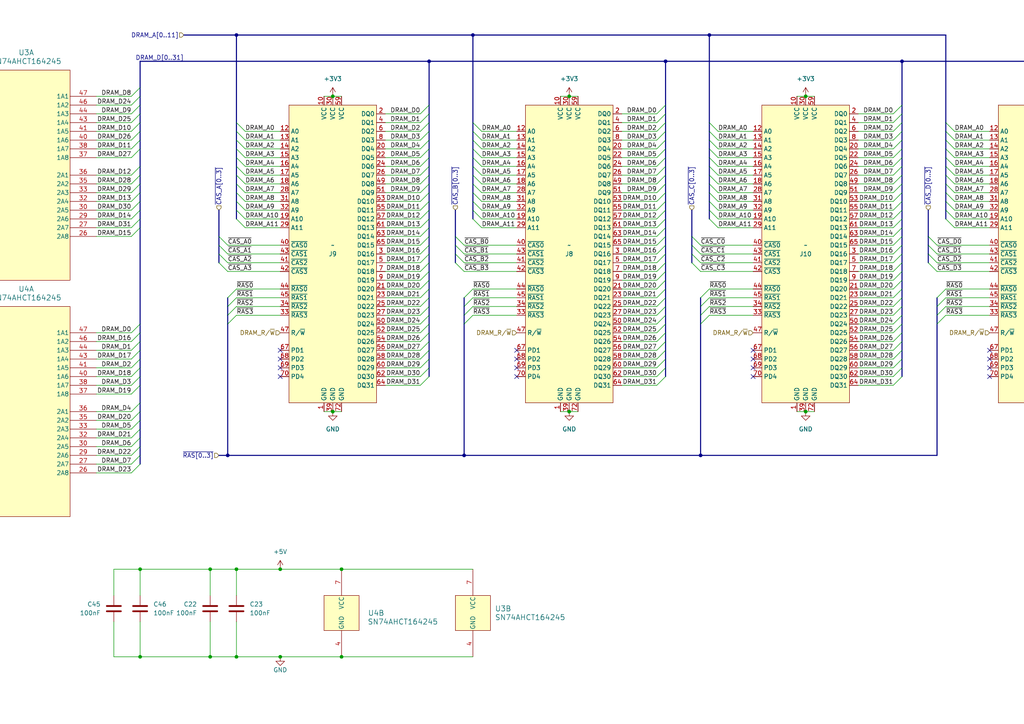
<source format=kicad_sch>
(kicad_sch (version 20230121) (generator eeschema)
  (paper "A4")
  (junction (at -12.7 30.48))
  (junction (at 233.68 27.94))
  (junction (at -30.48 25.4))
  (junction (at -12.7 25.4))
  (junction (at 165.1 27.94))
  (junction (at 68.58 10.16))
  (junction (at 193.04 17.78))
  (junction (at 96.52 27.94))
  (junction (at -12.7 93.98))
  (junction (at 68.58 190.5))
  (junction (at 205.74 10.16))
  (junction (at 137.16 10.16))
  (junction (at 261.62 17.78))
  (junction (at 134.62 132.08))
  (junction (at 165.1 119.38))
  (junction (at 99.06 190.5))
  (junction (at 81.28 165.1))
  (junction (at -12.7 99.06))
  (junction (at 302.26 27.94))
  (junction (at 40.64 165.1))
  (junction (at 40.64 190.5))
  (junction (at 302.26 119.38))
  (junction (at 66.04 132.08))
  (junction (at 60.96 190.5))
  (junction (at 233.68 119.38))
  (junction (at 96.52 119.38))
  (junction (at 81.28 190.5))
  (junction (at 68.58 165.1))
  (junction (at 99.06 165.1))
  (junction (at -27.94 30.48))
  (junction (at 60.96 165.1))
  (junction (at 124.46 17.78))
  (junction (at 203.2 132.08))
  (no_connect (at 218.44 109.22))
  (no_connect (at 149.86 101.6))
  (no_connect (at 287.02 101.6))
  (no_connect (at 149.86 106.68))
  (no_connect (at 81.28 106.68))
  (no_connect (at 218.44 104.14))
  (no_connect (at 287.02 109.22))
  (no_connect (at 81.28 109.22))
  (no_connect (at 81.28 101.6))
  (no_connect (at 81.28 104.14))
  (no_connect (at 287.02 106.68))
  (no_connect (at 218.44 106.68))
  (no_connect (at 218.44 101.6))
  (no_connect (at 149.86 109.22))
  (no_connect (at 149.86 104.14))
  (no_connect (at 287.02 104.14))
  (bus_entry (at 121.92 76.2) (size 2.54 -2.54))
  (bus_entry (at -25.4 119.38) (size 2.54 2.54))
  (bus_entry (at 139.7 60.96) (size -2.54 -2.54))
  (bus_entry (at 63.5 71.12) (size 2.54 2.54))
  (bus_entry (at 38.1 53.34) (size 2.54 -2.54))
  (bus_entry (at 259.08 58.42) (size 2.54 -2.54))
  (bus_entry (at 327.66 33.02) (size 2.54 -2.54))
  (bus_entry (at 38.1 132.08) (size 2.54 -2.54))
  (bus_entry (at 259.08 109.22) (size 2.54 -2.54))
  (bus_entry (at 121.92 33.02) (size 2.54 -2.54))
  (bus_entry (at 208.28 60.96) (size -2.54 -2.54))
  (bus_entry (at 259.08 88.9) (size 2.54 -2.54))
  (bus_entry (at 38.1 35.56) (size 2.54 -2.54))
  (bus_entry (at 190.5 88.9) (size 2.54 -2.54))
  (bus_entry (at 139.7 58.42) (size -2.54 -2.54))
  (bus_entry (at 71.12 40.64) (size -2.54 -2.54))
  (bus_entry (at 190.5 43.18) (size 2.54 -2.54))
  (bus_entry (at 259.08 38.1) (size 2.54 -2.54))
  (bus_entry (at -25.4 134.62) (size 2.54 2.54))
  (bus_entry (at 71.12 60.96) (size -2.54 -2.54))
  (bus_entry (at -25.4 40.64) (size 2.54 2.54))
  (bus_entry (at -25.4 50.8) (size 2.54 2.54))
  (bus_entry (at -25.4 116.84) (size 2.54 2.54))
  (bus_entry (at 71.12 53.34) (size -2.54 -2.54))
  (bus_entry (at 259.08 76.2) (size 2.54 -2.54))
  (bus_entry (at -25.4 139.7) (size 2.54 2.54))
  (bus_entry (at 132.08 73.66) (size 2.54 2.54))
  (bus_entry (at 327.66 81.28) (size 2.54 -2.54))
  (bus_entry (at 208.28 45.72) (size -2.54 -2.54))
  (bus_entry (at 121.92 86.36) (size 2.54 -2.54))
  (bus_entry (at 208.28 38.1) (size -2.54 -2.54))
  (bus_entry (at 121.92 96.52) (size 2.54 -2.54))
  (bus_entry (at 327.66 50.8) (size 2.54 -2.54))
  (bus_entry (at 132.08 68.58) (size 2.54 2.54))
  (bus_entry (at 190.5 38.1) (size 2.54 -2.54))
  (bus_entry (at 208.28 58.42) (size -2.54 -2.54))
  (bus_entry (at -25.4 68.58) (size 2.54 2.54))
  (bus_entry (at 327.66 48.26) (size 2.54 -2.54))
  (bus_entry (at -25.4 71.12) (size 2.54 2.54))
  (bus_entry (at 269.24 68.58) (size 2.54 2.54))
  (bus_entry (at 208.28 55.88) (size -2.54 -2.54))
  (bus_entry (at 259.08 33.02) (size 2.54 -2.54))
  (bus_entry (at 276.86 45.72) (size -2.54 -2.54))
  (bus_entry (at 276.86 38.1) (size -2.54 -2.54))
  (bus_entry (at 259.08 43.18) (size 2.54 -2.54))
  (bus_entry (at 121.92 40.64) (size 2.54 -2.54))
  (bus_entry (at 71.12 58.42) (size -2.54 -2.54))
  (bus_entry (at 203.2 86.36) (size 2.54 -2.54))
  (bus_entry (at 327.66 68.58) (size 2.54 -2.54))
  (bus_entry (at -25.4 137.16) (size 2.54 2.54))
  (bus_entry (at 259.08 73.66) (size 2.54 -2.54))
  (bus_entry (at 38.1 40.64) (size 2.54 -2.54))
  (bus_entry (at 38.1 137.16) (size 2.54 -2.54))
  (bus_entry (at 121.92 71.12) (size 2.54 -2.54))
  (bus_entry (at -25.4 38.1) (size 2.54 2.54))
  (bus_entry (at 121.92 38.1) (size 2.54 -2.54))
  (bus_entry (at -25.4 114.3) (size 2.54 2.54))
  (bus_entry (at 190.5 83.82) (size 2.54 -2.54))
  (bus_entry (at 190.5 78.74) (size 2.54 -2.54))
  (bus_entry (at 63.5 68.58) (size 2.54 2.54))
  (bus_entry (at 276.86 53.34) (size -2.54 -2.54))
  (bus_entry (at 139.7 38.1) (size -2.54 -2.54))
  (bus_entry (at 208.28 40.64) (size -2.54 -2.54))
  (bus_entry (at 259.08 93.98) (size 2.54 -2.54))
  (bus_entry (at 259.08 96.52) (size 2.54 -2.54))
  (bus_entry (at 38.1 104.14) (size 2.54 -2.54))
  (bus_entry (at 200.66 76.2) (size 2.54 2.54))
  (bus_entry (at 66.04 86.36) (size 2.54 -2.54))
  (bus_entry (at 208.28 43.18) (size -2.54 -2.54))
  (bus_entry (at 259.08 111.76) (size 2.54 -2.54))
  (bus_entry (at 327.66 104.14) (size 2.54 -2.54))
  (bus_entry (at 71.12 45.72) (size -2.54 -2.54))
  (bus_entry (at 259.08 78.74) (size 2.54 -2.54))
  (bus_entry (at 327.66 109.22) (size 2.54 -2.54))
  (bus_entry (at 134.62 88.9) (size 2.54 -2.54))
  (bus_entry (at 327.66 111.76) (size 2.54 -2.54))
  (bus_entry (at 259.08 81.28) (size 2.54 -2.54))
  (bus_entry (at 190.5 35.56) (size 2.54 -2.54))
  (bus_entry (at 38.1 119.38) (size 2.54 -2.54))
  (bus_entry (at 259.08 71.12) (size 2.54 -2.54))
  (bus_entry (at 327.66 106.68) (size 2.54 -2.54))
  (bus_entry (at 134.62 86.36) (size 2.54 -2.54))
  (bus_entry (at 200.66 73.66) (size 2.54 2.54))
  (bus_entry (at 259.08 55.88) (size 2.54 -2.54))
  (bus_entry (at 190.5 68.58) (size 2.54 -2.54))
  (bus_entry (at 66.04 91.44) (size 2.54 -2.54))
  (bus_entry (at 327.66 78.74) (size 2.54 -2.54))
  (bus_entry (at 327.66 58.42) (size 2.54 -2.54))
  (bus_entry (at -25.4 104.14) (size 2.54 2.54))
  (bus_entry (at 121.92 35.56) (size 2.54 -2.54))
  (bus_entry (at 38.1 111.76) (size 2.54 -2.54))
  (bus_entry (at 38.1 27.94) (size 2.54 -2.54))
  (bus_entry (at 327.66 55.88) (size 2.54 -2.54))
  (bus_entry (at 38.1 99.06) (size 2.54 -2.54))
  (bus_entry (at 208.28 63.5) (size -2.54 -2.54))
  (bus_entry (at 259.08 104.14) (size 2.54 -2.54))
  (bus_entry (at 63.5 76.2) (size 2.54 2.54))
  (bus_entry (at 327.66 86.36) (size 2.54 -2.54))
  (bus_entry (at 121.92 91.44) (size 2.54 -2.54))
  (bus_entry (at 38.1 124.46) (size 2.54 -2.54))
  (bus_entry (at 71.12 50.8) (size -2.54 -2.54))
  (bus_entry (at 121.92 88.9) (size 2.54 -2.54))
  (bus_entry (at 38.1 50.8) (size 2.54 -2.54))
  (bus_entry (at -25.4 144.78) (size 2.54 2.54))
  (bus_entry (at 276.86 63.5) (size -2.54 -2.54))
  (bus_entry (at 139.7 66.04) (size -2.54 -2.54))
  (bus_entry (at 139.7 55.88) (size -2.54 -2.54))
  (bus_entry (at 259.08 66.04) (size 2.54 -2.54))
  (bus_entry (at 190.5 86.36) (size 2.54 -2.54))
  (bus_entry (at 190.5 40.64) (size 2.54 -2.54))
  (bus_entry (at 38.1 101.6) (size 2.54 -2.54))
  (bus_entry (at 276.86 66.04) (size -2.54 -2.54))
  (bus_entry (at 38.1 58.42) (size 2.54 -2.54))
  (bus_entry (at 121.92 111.76) (size 2.54 -2.54))
  (bus_entry (at 121.92 48.26) (size 2.54 -2.54))
  (bus_entry (at 121.92 58.42) (size 2.54 -2.54))
  (bus_entry (at 259.08 60.96) (size 2.54 -2.54))
  (bus_entry (at 276.86 50.8) (size -2.54 -2.54))
  (bus_entry (at 121.92 55.88) (size 2.54 -2.54))
  (bus_entry (at 327.66 63.5) (size 2.54 -2.54))
  (bus_entry (at 139.7 63.5) (size -2.54 -2.54))
  (bus_entry (at -25.4 106.68) (size 2.54 2.54))
  (bus_entry (at 208.28 66.04) (size -2.54 -2.54))
  (bus_entry (at 190.5 111.76) (size 2.54 -2.54))
  (bus_entry (at 121.92 109.22) (size 2.54 -2.54))
  (bus_entry (at 121.92 66.04) (size 2.54 -2.54))
  (bus_entry (at 269.24 71.12) (size 2.54 2.54))
  (bus_entry (at 327.66 76.2) (size 2.54 -2.54))
  (bus_entry (at 259.08 99.06) (size 2.54 -2.54))
  (bus_entry (at 327.66 53.34) (size 2.54 -2.54))
  (bus_entry (at 71.12 38.1) (size -2.54 -2.54))
  (bus_entry (at 134.62 93.98) (size 2.54 -2.54))
  (bus_entry (at 259.08 68.58) (size 2.54 -2.54))
  (bus_entry (at -25.4 53.34) (size 2.54 2.54))
  (bus_entry (at 38.1 45.72) (size 2.54 -2.54))
  (bus_entry (at 327.66 93.98) (size 2.54 -2.54))
  (bus_entry (at 190.5 58.42) (size 2.54 -2.54))
  (bus_entry (at -25.4 121.92) (size 2.54 2.54))
  (bus_entry (at 259.08 63.5) (size 2.54 -2.54))
  (bus_entry (at 190.5 96.52) (size 2.54 -2.54))
  (bus_entry (at 38.1 134.62) (size 2.54 -2.54))
  (bus_entry (at -25.4 43.18) (size 2.54 2.54))
  (bus_entry (at 276.86 40.64) (size -2.54 -2.54))
  (bus_entry (at 259.08 48.26) (size 2.54 -2.54))
  (bus_entry (at 269.24 73.66) (size 2.54 2.54))
  (bus_entry (at 190.5 76.2) (size 2.54 -2.54))
  (bus_entry (at 259.08 53.34) (size 2.54 -2.54))
  (bus_entry (at 190.5 106.68) (size 2.54 -2.54))
  (bus_entry (at 121.92 78.74) (size 2.54 -2.54))
  (bus_entry (at 271.78 91.44) (size 2.54 -2.54))
  (bus_entry (at -25.4 111.76) (size 2.54 2.54))
  (bus_entry (at 121.92 50.8) (size 2.54 -2.54))
  (bus_entry (at 139.7 40.64) (size -2.54 -2.54))
  (bus_entry (at 121.92 43.18) (size 2.54 -2.54))
  (bus_entry (at -25.4 73.66) (size 2.54 2.54))
  (bus_entry (at 269.24 76.2) (size 2.54 2.54))
  (bus_entry (at 271.78 93.98) (size 2.54 -2.54))
  (bus_entry (at 190.5 48.26) (size 2.54 -2.54))
  (bus_entry (at 276.86 58.42) (size -2.54 -2.54))
  (bus_entry (at -25.4 48.26) (size 2.54 2.54))
  (bus_entry (at 200.66 71.12) (size 2.54 2.54))
  (bus_entry (at 276.86 43.18) (size -2.54 -2.54))
  (bus_entry (at 190.5 81.28) (size 2.54 -2.54))
  (bus_entry (at 38.1 30.48) (size 2.54 -2.54))
  (bus_entry (at 121.92 83.82) (size 2.54 -2.54))
  (bus_entry (at -25.4 127) (size 2.54 2.54))
  (bus_entry (at 38.1 66.04) (size 2.54 -2.54))
  (bus_entry (at 121.92 93.98) (size 2.54 -2.54))
  (bus_entry (at 327.66 43.18) (size 2.54 -2.54))
  (bus_entry (at 203.2 91.44) (size 2.54 -2.54))
  (bus_entry (at 134.62 91.44) (size 2.54 -2.54))
  (bus_entry (at 66.04 88.9) (size 2.54 -2.54))
  (bus_entry (at 132.08 76.2) (size 2.54 2.54))
  (bus_entry (at 190.5 91.44) (size 2.54 -2.54))
  (bus_entry (at 190.5 55.88) (size 2.54 -2.54))
  (bus_entry (at 190.5 99.06) (size 2.54 -2.54))
  (bus_entry (at 259.08 83.82) (size 2.54 -2.54))
  (bus_entry (at 327.66 91.44) (size 2.54 -2.54))
  (bus_entry (at 66.04 93.98) (size 2.54 -2.54))
  (bus_entry (at 259.08 45.72) (size 2.54 -2.54))
  (bus_entry (at 190.5 45.72) (size 2.54 -2.54))
  (bus_entry (at 327.66 40.64) (size 2.54 -2.54))
  (bus_entry (at 121.92 99.06) (size 2.54 -2.54))
  (bus_entry (at 327.66 38.1) (size 2.54 -2.54))
  (bus_entry (at -25.4 63.5) (size 2.54 2.54))
  (bus_entry (at 38.1 33.02) (size 2.54 -2.54))
  (bus_entry (at 203.2 93.98) (size 2.54 -2.54))
  (bus_entry (at 190.5 93.98) (size 2.54 -2.54))
  (bus_entry (at 71.12 63.5) (size -2.54 -2.54))
  (bus_entry (at 121.92 106.68) (size 2.54 -2.54))
  (bus_entry (at 139.7 43.18) (size -2.54 -2.54))
  (bus_entry (at 139.7 45.72) (size -2.54 -2.54))
  (bus_entry (at -25.4 45.72) (size 2.54 2.54))
  (bus_entry (at -25.4 58.42) (size 2.54 2.54))
  (bus_entry (at 71.12 66.04) (size -2.54 -2.54))
  (bus_entry (at 190.5 33.02) (size 2.54 -2.54))
  (bus_entry (at 190.5 101.6) (size 2.54 -2.54))
  (bus_entry (at 259.08 86.36) (size 2.54 -2.54))
  (bus_entry (at 63.5 73.66) (size 2.54 2.54))
  (bus_entry (at 139.7 53.34) (size -2.54 -2.54))
  (bus_entry (at -25.4 129.54) (size 2.54 2.54))
  (bus_entry (at 259.08 91.44) (size 2.54 -2.54))
  (bus_entry (at 327.66 45.72) (size 2.54 -2.54))
  (bus_entry (at 208.28 48.26) (size -2.54 -2.54))
  (bus_entry (at 190.5 50.8) (size 2.54 -2.54))
  (bus_entry (at 71.12 55.88) (size -2.54 -2.54))
  (bus_entry (at 327.66 83.82) (size 2.54 -2.54))
  (bus_entry (at 190.5 104.14) (size 2.54 -2.54))
  (bus_entry (at 121.92 53.34) (size 2.54 -2.54))
  (bus_entry (at 38.1 109.22) (size 2.54 -2.54))
  (bus_entry (at 71.12 48.26) (size -2.54 -2.54))
  (bus_entry (at 276.86 55.88) (size -2.54 -2.54))
  (bus_entry (at 190.5 66.04) (size 2.54 -2.54))
  (bus_entry (at 327.66 60.96) (size 2.54 -2.54))
  (bus_entry (at 190.5 53.34) (size 2.54 -2.54))
  (bus_entry (at 38.1 129.54) (size 2.54 -2.54))
  (bus_entry (at 259.08 35.56) (size 2.54 -2.54))
  (bus_entry (at 38.1 114.3) (size 2.54 -2.54))
  (bus_entry (at 38.1 106.68) (size 2.54 -2.54))
  (bus_entry (at -25.4 60.96) (size 2.54 2.54))
  (bus_entry (at 38.1 96.52) (size 2.54 -2.54))
  (bus_entry (at 271.78 86.36) (size 2.54 -2.54))
  (bus_entry (at -25.4 142.24) (size 2.54 2.54))
  (bus_entry (at 327.66 35.56) (size 2.54 -2.54))
  (bus_entry (at 327.66 88.9) (size 2.54 -2.54))
  (bus_entry (at 121.92 81.28) (size 2.54 -2.54))
  (bus_entry (at 38.1 121.92) (size 2.54 -2.54))
  (bus_entry (at 208.28 50.8) (size -2.54 -2.54))
  (bus_entry (at 121.92 60.96) (size 2.54 -2.54))
  (bus_entry (at 190.5 73.66) (size 2.54 -2.54))
  (bus_entry (at 121.92 63.5) (size 2.54 -2.54))
  (bus_entry (at -25.4 66.04) (size 2.54 2.54))
  (bus_entry (at 38.1 38.1) (size 2.54 -2.54))
  (bus_entry (at 38.1 127) (size 2.54 -2.54))
  (bus_entry (at 259.08 40.64) (size 2.54 -2.54))
  (bus_entry (at 259.08 50.8) (size 2.54 -2.54))
  (bus_entry (at 190.5 71.12) (size 2.54 -2.54))
  (bus_entry (at 38.1 68.58) (size 2.54 -2.54))
  (bus_entry (at 38.1 63.5) (size 2.54 -2.54))
  (bus_entry (at 139.7 48.26) (size -2.54 -2.54))
  (bus_entry (at 38.1 55.88) (size 2.54 -2.54))
  (bus_entry (at 121.92 73.66) (size 2.54 -2.54))
  (bus_entry (at 121.92 45.72) (size 2.54 -2.54))
  (bus_entry (at -25.4 35.56) (size 2.54 2.54))
  (bus_entry (at 327.66 101.6) (size 2.54 -2.54))
  (bus_entry (at 327.66 66.04) (size 2.54 -2.54))
  (bus_entry (at 121.92 101.6) (size 2.54 -2.54))
  (bus_entry (at 271.78 88.9) (size 2.54 -2.54))
  (bus_entry (at 327.66 96.52) (size 2.54 -2.54))
  (bus_entry (at 38.1 60.96) (size 2.54 -2.54))
  (bus_entry (at 190.5 109.22) (size 2.54 -2.54))
  (bus_entry (at 276.86 60.96) (size -2.54 -2.54))
  (bus_entry (at 208.28 53.34) (size -2.54 -2.54))
  (bus_entry (at 259.08 101.6) (size 2.54 -2.54))
  (bus_entry (at 139.7 50.8) (size -2.54 -2.54))
  (bus_entry (at 327.66 99.06) (size 2.54 -2.54))
  (bus_entry (at 38.1 43.18) (size 2.54 -2.54))
  (bus_entry (at 121.92 68.58) (size 2.54 -2.54))
  (bus_entry (at 327.66 73.66) (size 2.54 -2.54))
  (bus_entry (at 121.92 104.14) (size 2.54 -2.54))
  (bus_entry (at -25.4 132.08) (size 2.54 2.54))
  (bus_entry (at 259.08 106.68) (size 2.54 -2.54))
  (bus_entry (at 200.66 68.58) (size 2.54 2.54))
  (bus_entry (at -25.4 109.22) (size 2.54 2.54))
  (bus_entry (at 190.5 60.96) (size 2.54 -2.54))
  (bus_entry (at 203.2 88.9) (size 2.54 -2.54))
  (bus_entry (at -25.4 76.2) (size 2.54 2.54))
  (bus_entry (at 190.5 63.5) (size 2.54 -2.54))
  (bus_entry (at 327.66 71.12) (size 2.54 -2.54))
  (bus_entry (at 71.12 43.18) (size -2.54 -2.54))
  (bus_entry (at 276.86 48.26) (size -2.54 -2.54))
  (bus_entry (at 132.08 71.12) (size 2.54 2.54))
  (bus (pts (xy 193.04 38.1) (xy 193.04 35.56)))
  (bus (pts (xy 68.58 48.26) (xy 68.58 45.72)))
  (wire (pts (xy 248.92 86.36) (xy 259.08 86.36)))
  (wire (pts (xy -22.86 134.62) (xy -12.7 134.62)))
  (wire (pts (xy 27.94 101.6) (xy 38.1 101.6)))
  (bus (pts (xy 330.2 58.42) (xy 330.2 55.88)))
  (wire (pts (xy 317.5 78.74) (xy 327.66 78.74)))
  (bus (pts (xy 124.46 93.98) (xy 124.46 91.44)))
  (bus (pts (xy 330.2 33.02) (xy 330.2 30.48)))
  (bus (pts (xy 261.62 71.12) (xy 261.62 68.58)))
  (bus (pts (xy 261.62 63.5) (xy 261.62 60.96)))
  (wire (pts (xy -22.86 38.1) (xy -12.7 38.1)))
  (wire (pts (xy 27.94 53.34) (xy 38.1 53.34)))
  (wire (pts (xy -12.7 33.02) (xy -12.7 30.48)))
  (wire (pts (xy 248.92 96.52) (xy 259.08 96.52)))
  (wire (pts (xy 205.74 83.82) (xy 218.44 83.82)))
  (wire (pts (xy 137.16 88.9) (xy 149.86 88.9)))
  (bus (pts (xy 193.04 55.88) (xy 193.04 53.34)))
  (bus (pts (xy 261.62 83.82) (xy 261.62 81.28)))
  (wire (pts (xy -22.86 78.74) (xy -12.7 78.74)))
  (wire (pts (xy 274.32 83.82) (xy 287.02 83.82)))
  (bus (pts (xy 137.16 60.96) (xy 137.16 58.42)))
  (bus (pts (xy 330.2 48.26) (xy 330.2 45.72)))
  (bus (pts (xy 330.2 50.8) (xy 330.2 48.26)))
  (bus (pts (xy 261.62 86.36) (xy 261.62 83.82)))
  (wire (pts (xy 27.94 114.3) (xy 38.1 114.3)))
  (bus (pts (xy -25.4 58.42) (xy -25.4 60.96)))
  (bus (pts (xy 261.62 53.34) (xy 261.62 50.8)))
  (wire (pts (xy 180.34 104.14) (xy 190.5 104.14)))
  (wire (pts (xy 180.34 40.64) (xy 190.5 40.64)))
  (bus (pts (xy 40.64 101.6) (xy 40.64 99.06)))
  (wire (pts (xy 208.28 60.96) (xy 218.44 60.96)))
  (wire (pts (xy 139.7 50.8) (xy 149.86 50.8)))
  (bus (pts (xy 274.32 58.42) (xy 274.32 55.88)))
  (bus (pts (xy 132.08 73.66) (xy 132.08 71.12)))
  (bus (pts (xy 137.16 10.16) (xy 205.74 10.16)))
  (wire (pts (xy 68.58 165.1) (xy 81.28 165.1)))
  (wire (pts (xy 40.64 190.5) (xy 40.64 180.34)))
  (wire (pts (xy 27.94 106.68) (xy 38.1 106.68)))
  (wire (pts (xy 111.76 99.06) (xy 121.92 99.06)))
  (bus (pts (xy -25.4 142.24) (xy -25.4 144.78)))
  (wire (pts (xy 27.94 38.1) (xy 38.1 38.1)))
  (bus (pts (xy 274.32 38.1) (xy 274.32 35.56)))
  (wire (pts (xy -27.94 99.06) (xy -12.7 99.06)))
  (bus (pts (xy 68.58 40.64) (xy 68.58 38.1)))
  (bus (pts (xy 203.2 91.44) (xy 203.2 93.98)))
  (wire (pts (xy 180.34 83.82) (xy 190.5 83.82)))
  (wire (pts (xy -22.86 50.8) (xy -12.7 50.8)))
  (wire (pts (xy 274.32 91.44) (xy 287.02 91.44)))
  (bus (pts (xy 124.46 53.34) (xy 124.46 50.8)))
  (bus (pts (xy 261.62 43.18) (xy 261.62 40.64)))
  (bus (pts (xy 193.04 93.98) (xy 193.04 91.44)))
  (wire (pts (xy 27.94 58.42) (xy 38.1 58.42)))
  (wire (pts (xy 27.94 99.06) (xy 38.1 99.06)))
  (wire (pts (xy 33.02 190.5) (xy 40.64 190.5)))
  (bus (pts (xy 274.32 48.26) (xy 274.32 45.72)))
  (bus (pts (xy 200.66 71.12) (xy 200.66 68.58)))
  (bus (pts (xy -25.4 119.38) (xy -25.4 121.92)))
  (wire (pts (xy 111.76 63.5) (xy 121.92 63.5)))
  (wire (pts (xy 60.96 190.5) (xy 60.96 180.34)))
  (bus (pts (xy 261.62 96.52) (xy 261.62 93.98)))
  (bus (pts (xy 274.32 43.18) (xy 274.32 40.64)))
  (wire (pts (xy 317.5 55.88) (xy 327.66 55.88)))
  (wire (pts (xy 180.34 91.44) (xy 190.5 91.44)))
  (bus (pts (xy 40.64 66.04) (xy 40.64 63.5)))
  (bus (pts (xy 193.04 101.6) (xy 193.04 99.06)))
  (wire (pts (xy 302.26 119.38) (xy 304.8 119.38)))
  (bus (pts (xy 68.58 43.18) (xy 68.58 40.64)))
  (bus (pts (xy 66.04 93.98) (xy 66.04 132.08)))
  (wire (pts (xy 231.14 119.38) (xy 233.68 119.38)))
  (bus (pts (xy 124.46 58.42) (xy 124.46 55.88)))
  (wire (pts (xy -22.86 63.5) (xy -12.7 63.5)))
  (wire (pts (xy -22.86 119.38) (xy -12.7 119.38)))
  (wire (pts (xy 302.26 27.94) (xy 304.8 27.94)))
  (bus (pts (xy 40.64 104.14) (xy 40.64 101.6)))
  (wire (pts (xy 276.86 58.42) (xy 287.02 58.42)))
  (bus (pts (xy 330.2 55.88) (xy 330.2 53.34)))
  (wire (pts (xy 111.76 111.76) (xy 121.92 111.76)))
  (bus (pts (xy 193.04 66.04) (xy 193.04 63.5)))
  (bus (pts (xy 40.64 33.02) (xy 40.64 30.48)))
  (wire (pts (xy 274.32 88.9) (xy 287.02 88.9)))
  (wire (pts (xy 180.34 109.22) (xy 190.5 109.22)))
  (wire (pts (xy 66.04 78.74) (xy 81.28 78.74)))
  (bus (pts (xy 68.58 10.16) (xy 137.16 10.16)))
  (bus (pts (xy -25.4 106.68) (xy -25.4 109.22)))
  (bus (pts (xy -25.4 137.16) (xy -25.4 139.7)))
  (bus (pts (xy 193.04 91.44) (xy 193.04 88.9)))
  (bus (pts (xy 261.62 60.96) (xy 261.62 58.42)))
  (bus (pts (xy 68.58 63.5) (xy 68.58 60.96)))
  (wire (pts (xy -22.86 114.3) (xy -12.7 114.3)))
  (bus (pts (xy -25.4 40.64) (xy -25.4 43.18)))
  (wire (pts (xy 317.5 38.1) (xy 327.66 38.1)))
  (wire (pts (xy 111.76 109.22) (xy 121.92 109.22)))
  (wire (pts (xy 248.92 99.06) (xy 259.08 99.06)))
  (bus (pts (xy 40.64 27.94) (xy 40.64 25.4)))
  (wire (pts (xy 248.92 53.34) (xy 259.08 53.34)))
  (bus (pts (xy 261.62 48.26) (xy 261.62 45.72)))
  (wire (pts (xy 317.5 111.76) (xy 327.66 111.76)))
  (bus (pts (xy 330.2 40.64) (xy 330.2 38.1)))
  (bus (pts (xy 274.32 50.8) (xy 274.32 48.26)))
  (wire (pts (xy 248.92 58.42) (xy 259.08 58.42)))
  (wire (pts (xy 27.94 137.16) (xy 38.1 137.16)))
  (wire (pts (xy 317.5 40.64) (xy 327.66 40.64)))
  (bus (pts (xy 261.62 35.56) (xy 261.62 33.02)))
  (bus (pts (xy 63.5 68.58) (xy 63.5 60.96)))
  (wire (pts (xy 248.92 45.72) (xy 259.08 45.72)))
  (wire (pts (xy -22.86 73.66) (xy -12.7 73.66)))
  (bus (pts (xy 137.16 40.64) (xy 137.16 38.1)))
  (wire (pts (xy 317.5 93.98) (xy 327.66 93.98)))
  (bus (pts (xy 40.64 129.54) (xy 40.64 127)))
  (bus (pts (xy 193.04 63.5) (xy 193.04 60.96)))
  (bus (pts (xy -25.4 114.3) (xy -25.4 116.84)))
  (wire (pts (xy 111.76 106.68) (xy 121.92 106.68)))
  (bus (pts (xy 124.46 71.12) (xy 124.46 68.58)))
  (wire (pts (xy 208.28 38.1) (xy 218.44 38.1)))
  (wire (pts (xy 71.12 55.88) (xy 81.28 55.88)))
  (bus (pts (xy 203.2 132.08) (xy 271.78 132.08)))
  (bus (pts (xy 124.46 101.6) (xy 124.46 99.06)))
  (wire (pts (xy 27.94 43.18) (xy 38.1 43.18)))
  (bus (pts (xy 124.46 106.68) (xy 124.46 104.14)))
  (bus (pts (xy 40.64 134.62) (xy 40.64 132.08)))
  (bus (pts (xy 124.46 66.04) (xy 124.46 63.5)))
  (wire (pts (xy 208.28 50.8) (xy 218.44 50.8)))
  (bus (pts (xy 63.5 73.66) (xy 63.5 71.12)))
  (wire (pts (xy 208.28 40.64) (xy 218.44 40.64)))
  (wire (pts (xy 180.34 68.58) (xy 190.5 68.58)))
  (bus (pts (xy 40.64 127) (xy 40.64 124.46)))
  (wire (pts (xy 276.86 50.8) (xy 287.02 50.8)))
  (wire (pts (xy 139.7 58.42) (xy 149.86 58.42)))
  (wire (pts (xy 180.34 48.26) (xy 190.5 48.26)))
  (wire (pts (xy 137.16 86.36) (xy 149.86 86.36)))
  (wire (pts (xy -30.48 25.4) (xy -12.7 25.4)))
  (wire (pts (xy 71.12 48.26) (xy 81.28 48.26)))
  (wire (pts (xy 111.76 73.66) (xy 121.92 73.66)))
  (bus (pts (xy 40.64 111.76) (xy 40.64 109.22)))
  (wire (pts (xy 137.16 83.82) (xy 149.86 83.82)))
  (wire (pts (xy 99.06 190.5) (xy 137.16 190.5)))
  (wire (pts (xy 180.34 73.66) (xy 190.5 73.66)))
  (wire (pts (xy -30.48 93.98) (xy -30.48 25.4)))
  (bus (pts (xy 330.2 45.72) (xy 330.2 43.18)))
  (bus (pts (xy 132.08 68.58) (xy 132.08 60.96)))
  (wire (pts (xy -27.94 30.48) (xy -27.94 99.06)))
  (wire (pts (xy 317.5 53.34) (xy 327.66 53.34)))
  (wire (pts (xy 180.34 43.18) (xy 190.5 43.18)))
  (wire (pts (xy 111.76 68.58) (xy 121.92 68.58)))
  (bus (pts (xy 330.2 38.1) (xy 330.2 35.56)))
  (bus (pts (xy 261.62 106.68) (xy 261.62 104.14)))
  (wire (pts (xy 276.86 45.72) (xy 287.02 45.72)))
  (wire (pts (xy 180.34 106.68) (xy 190.5 106.68)))
  (wire (pts (xy 111.76 66.04) (xy 121.92 66.04)))
  (wire (pts (xy 111.76 60.96) (xy 121.92 60.96)))
  (bus (pts (xy 261.62 66.04) (xy 261.62 63.5)))
  (bus (pts (xy -25.4 45.72) (xy -25.4 48.26)))
  (bus (pts (xy 137.16 50.8) (xy 137.16 48.26)))
  (bus (pts (xy 330.2 68.58) (xy 330.2 66.04)))
  (wire (pts (xy 27.94 129.54) (xy 38.1 129.54)))
  (wire (pts (xy 248.92 109.22) (xy 259.08 109.22)))
  (wire (pts (xy 111.76 101.6) (xy 121.92 101.6)))
  (bus (pts (xy 261.62 99.06) (xy 261.62 96.52)))
  (bus (pts (xy 40.64 66.04) (xy 40.64 93.98)))
  (bus (pts (xy 205.74 60.96) (xy 205.74 58.42)))
  (wire (pts (xy 27.94 60.96) (xy 38.1 60.96)))
  (wire (pts (xy 27.94 96.52) (xy 38.1 96.52)))
  (bus (pts (xy -25.4 50.8) (xy -25.4 53.34)))
  (bus (pts (xy 330.2 101.6) (xy 330.2 99.06)))
  (wire (pts (xy 66.04 76.2) (xy 81.28 76.2)))
  (wire (pts (xy 60.96 165.1) (xy 68.58 165.1)))
  (wire (pts (xy 248.92 63.5) (xy 259.08 63.5)))
  (bus (pts (xy 63.5 71.12) (xy 63.5 68.58)))
  (wire (pts (xy 317.5 45.72) (xy 327.66 45.72)))
  (bus (pts (xy 124.46 60.96) (xy 124.46 58.42)))
  (wire (pts (xy 68.58 190.5) (xy 81.28 190.5)))
  (bus (pts (xy 200.66 68.58) (xy 200.66 60.96)))
  (wire (pts (xy 139.7 66.04) (xy 149.86 66.04)))
  (wire (pts (xy -27.94 30.48) (xy -12.7 30.48)))
  (wire (pts (xy 111.76 93.98) (xy 121.92 93.98)))
  (bus (pts (xy 124.46 96.52) (xy 124.46 93.98)))
  (wire (pts (xy 99.06 165.1) (xy 137.16 165.1)))
  (bus (pts (xy 271.78 86.36) (xy 271.78 88.9)))
  (wire (pts (xy 93.98 119.38) (xy 96.52 119.38)))
  (wire (pts (xy 180.34 76.2) (xy 190.5 76.2)))
  (wire (pts (xy 317.5 81.28) (xy 327.66 81.28)))
  (wire (pts (xy 111.76 86.36) (xy 121.92 86.36)))
  (wire (pts (xy 317.5 68.58) (xy 327.66 68.58)))
  (bus (pts (xy 330.2 53.34) (xy 330.2 50.8)))
  (wire (pts (xy 180.34 38.1) (xy 190.5 38.1)))
  (wire (pts (xy 248.92 38.1) (xy 259.08 38.1)))
  (bus (pts (xy -25.4 33.02) (xy -25.4 35.56)))
  (wire (pts (xy 317.5 91.44) (xy 327.66 91.44)))
  (bus (pts (xy 205.74 48.26) (xy 205.74 45.72)))
  (bus (pts (xy 193.04 71.12) (xy 193.04 68.58)))
  (wire (pts (xy 180.34 101.6) (xy 190.5 101.6)))
  (wire (pts (xy 111.76 38.1) (xy 121.92 38.1)))
  (bus (pts (xy 66.04 91.44) (xy 66.04 93.98)))
  (wire (pts (xy 180.34 81.28) (xy 190.5 81.28)))
  (wire (pts (xy 66.04 73.66) (xy 81.28 73.66)))
  (wire (pts (xy -22.86 66.04) (xy -12.7 66.04)))
  (bus (pts (xy 193.04 86.36) (xy 193.04 83.82)))
  (wire (pts (xy 317.5 63.5) (xy 327.66 63.5)))
  (bus (pts (xy -25.4 132.08) (xy -25.4 134.62)))
  (wire (pts (xy 27.94 55.88) (xy 38.1 55.88)))
  (bus (pts (xy 124.46 55.88) (xy 124.46 53.34)))
  (bus (pts (xy 274.32 63.5) (xy 274.32 60.96)))
  (bus (pts (xy -25.4 134.62) (xy -25.4 137.16)))
  (bus (pts (xy -25.4 43.18) (xy -25.4 45.72)))
  (wire (pts (xy 208.28 66.04) (xy 218.44 66.04)))
  (wire (pts (xy -12.7 27.94) (xy -12.7 25.4)))
  (wire (pts (xy 180.34 60.96) (xy 190.5 60.96)))
  (wire (pts (xy -22.86 48.26) (xy -12.7 48.26)))
  (bus (pts (xy 124.46 40.64) (xy 124.46 38.1)))
  (bus (pts (xy 137.16 10.16) (xy 137.16 35.56)))
  (wire (pts (xy 274.32 86.36) (xy 287.02 86.36)))
  (bus (pts (xy 274.32 60.96) (xy 274.32 58.42)))
  (bus (pts (xy -25.4 129.54) (xy -25.4 132.08)))
  (bus (pts (xy 203.2 88.9) (xy 203.2 91.44)))
  (bus (pts (xy -25.4 73.66) (xy -25.4 76.2)))
  (bus (pts (xy 124.46 45.72) (xy 124.46 43.18)))
  (wire (pts (xy 27.94 119.38) (xy 38.1 119.38)))
  (bus (pts (xy 193.04 40.64) (xy 193.04 38.1)))
  (wire (pts (xy 208.28 48.26) (xy 218.44 48.26)))
  (bus (pts (xy 40.64 17.78) (xy 124.46 17.78)))
  (bus (pts (xy 330.2 91.44) (xy 330.2 88.9)))
  (wire (pts (xy 317.5 33.02) (xy 327.66 33.02)))
  (bus (pts (xy 203.2 86.36) (xy 203.2 88.9)))
  (bus (pts (xy 271.78 88.9) (xy 271.78 91.44)))
  (bus (pts (xy 66.04 86.36) (xy 66.04 88.9)))
  (bus (pts (xy 261.62 55.88) (xy 261.62 53.34)))
  (bus (pts (xy 124.46 104.14) (xy 124.46 101.6)))
  (wire (pts (xy 162.56 27.94) (xy 165.1 27.94)))
  (bus (pts (xy 261.62 78.74) (xy 261.62 76.2)))
  (wire (pts (xy 276.86 40.64) (xy 287.02 40.64)))
  (bus (pts (xy 134.62 91.44) (xy 134.62 93.98)))
  (wire (pts (xy 139.7 60.96) (xy 149.86 60.96)))
  (wire (pts (xy 248.92 33.02) (xy 259.08 33.02)))
  (wire (pts (xy 111.76 71.12) (xy 121.92 71.12)))
  (wire (pts (xy 139.7 40.64) (xy 149.86 40.64)))
  (bus (pts (xy 193.04 88.9) (xy 193.04 86.36)))
  (wire (pts (xy 248.92 35.56) (xy 259.08 35.56)))
  (wire (pts (xy 111.76 96.52) (xy 121.92 96.52)))
  (wire (pts (xy 180.34 88.9) (xy 190.5 88.9)))
  (wire (pts (xy 208.28 43.18) (xy 218.44 43.18)))
  (wire (pts (xy 248.92 50.8) (xy 259.08 50.8)))
  (wire (pts (xy 111.76 50.8) (xy 121.92 50.8)))
  (wire (pts (xy 81.28 165.1) (xy 99.06 165.1)))
  (bus (pts (xy 205.74 50.8) (xy 205.74 48.26)))
  (bus (pts (xy 330.2 78.74) (xy 330.2 76.2)))
  (wire (pts (xy -22.86 109.22) (xy -12.7 109.22)))
  (bus (pts (xy 134.62 88.9) (xy 134.62 91.44)))
  (bus (pts (xy 205.74 55.88) (xy 205.74 53.34)))
  (wire (pts (xy 248.92 73.66) (xy 259.08 73.66)))
  (wire (pts (xy 134.62 76.2) (xy 149.86 76.2)))
  (bus (pts (xy -25.4 139.7) (xy -25.4 142.24)))
  (wire (pts (xy 180.34 45.72) (xy 190.5 45.72)))
  (wire (pts (xy 111.76 48.26) (xy 121.92 48.26)))
  (wire (pts (xy 248.92 66.04) (xy 259.08 66.04)))
  (bus (pts (xy -25.4 116.84) (xy -25.4 119.38)))
  (wire (pts (xy 180.34 96.52) (xy 190.5 96.52)))
  (bus (pts (xy 40.64 106.68) (xy 40.64 104.14)))
  (bus (pts (xy 40.64 43.18) (xy 40.64 48.26)))
  (wire (pts (xy 248.92 106.68) (xy 259.08 106.68)))
  (wire (pts (xy 317.5 83.82) (xy 327.66 83.82)))
  (bus (pts (xy -25.4 35.56) (xy -25.4 38.1)))
  (wire (pts (xy 111.76 78.74) (xy 121.92 78.74)))
  (wire (pts (xy -12.7 96.52) (xy -12.7 93.98)))
  (bus (pts (xy -25.4 48.26) (xy -25.4 50.8)))
  (wire (pts (xy 317.5 99.06) (xy 327.66 99.06)))
  (wire (pts (xy -22.86 40.64) (xy -12.7 40.64)))
  (bus (pts (xy 124.46 50.8) (xy 124.46 48.26)))
  (bus (pts (xy 137.16 38.1) (xy 137.16 35.56)))
  (wire (pts (xy 66.04 71.12) (xy 81.28 71.12)))
  (wire (pts (xy 271.78 71.12) (xy 287.02 71.12)))
  (wire (pts (xy 248.92 60.96) (xy 259.08 60.96)))
  (wire (pts (xy 317.5 73.66) (xy 327.66 73.66)))
  (wire (pts (xy 299.72 119.38) (xy 302.26 119.38)))
  (wire (pts (xy 208.28 55.88) (xy 218.44 55.88)))
  (wire (pts (xy 27.94 30.48) (xy 38.1 30.48)))
  (wire (pts (xy -22.86 121.92) (xy -12.7 121.92)))
  (wire (pts (xy 233.68 119.38) (xy 236.22 119.38)))
  (bus (pts (xy 261.62 81.28) (xy 261.62 78.74)))
  (wire (pts (xy 180.34 58.42) (xy 190.5 58.42)))
  (bus (pts (xy 330.2 106.68) (xy 330.2 104.14)))
  (wire (pts (xy 248.92 93.98) (xy 259.08 93.98)))
  (wire (pts (xy -22.86 106.68) (xy -12.7 106.68)))
  (wire (pts (xy -53.34 30.48) (xy -27.94 30.48)))
  (wire (pts (xy 111.76 58.42) (xy 121.92 58.42)))
  (wire (pts (xy 33.02 190.5) (xy 33.02 180.34)))
  (bus (pts (xy 193.04 99.06) (xy 193.04 96.52)))
  (bus (pts (xy 124.46 81.28) (xy 124.46 78.74)))
  (wire (pts (xy 180.34 35.56) (xy 190.5 35.56)))
  (bus (pts (xy 63.5 132.08) (xy 66.04 132.08)))
  (wire (pts (xy 111.76 83.82) (xy 121.92 83.82)))
  (bus (pts (xy 330.2 104.14) (xy 330.2 101.6)))
  (wire (pts (xy 317.5 76.2) (xy 327.66 76.2)))
  (wire (pts (xy 27.94 27.94) (xy 38.1 27.94)))
  (wire (pts (xy 139.7 55.88) (xy 149.86 55.88)))
  (bus (pts (xy 261.62 40.64) (xy 261.62 38.1)))
  (wire (pts (xy 27.94 50.8) (xy 38.1 50.8)))
  (bus (pts (xy 193.04 58.42) (xy 193.04 55.88)))
  (wire (pts (xy 248.92 78.74) (xy 259.08 78.74)))
  (bus (pts (xy 193.04 68.58) (xy 193.04 66.04)))
  (wire (pts (xy 27.94 127) (xy 38.1 127)))
  (wire (pts (xy 71.12 63.5) (xy 81.28 63.5)))
  (wire (pts (xy 203.2 76.2) (xy 218.44 76.2)))
  (bus (pts (xy 40.64 30.48) (xy 40.64 27.94)))
  (wire (pts (xy 276.86 43.18) (xy 287.02 43.18)))
  (wire (pts (xy 27.94 40.64) (xy 38.1 40.64)))
  (wire (pts (xy 317.5 43.18) (xy 327.66 43.18)))
  (bus (pts (xy 132.08 71.12) (xy 132.08 68.58)))
  (wire (pts (xy 139.7 48.26) (xy 149.86 48.26)))
  (bus (pts (xy -25.4 38.1) (xy -25.4 40.64)))
  (wire (pts (xy 317.5 106.68) (xy 327.66 106.68)))
  (wire (pts (xy 27.94 121.92) (xy 38.1 121.92)))
  (bus (pts (xy 274.32 55.88) (xy 274.32 53.34)))
  (bus (pts (xy 40.64 132.08) (xy 40.64 129.54)))
  (wire (pts (xy 203.2 73.66) (xy 218.44 73.66)))
  (bus (pts (xy 193.04 33.02) (xy 193.04 30.48)))
  (wire (pts (xy 111.76 76.2) (xy 121.92 76.2)))
  (bus (pts (xy 330.2 81.28) (xy 330.2 78.74)))
  (wire (pts (xy 317.5 101.6) (xy 327.66 101.6)))
  (wire (pts (xy 162.56 119.38) (xy 165.1 119.38)))
  (bus (pts (xy 205.74 35.56) (xy 205.74 10.16)))
  (bus (pts (xy 193.04 35.56) (xy 193.04 33.02)))
  (wire (pts (xy 276.86 66.04) (xy 287.02 66.04)))
  (wire (pts (xy 27.94 134.62) (xy 38.1 134.62)))
  (wire (pts (xy 27.94 132.08) (xy 38.1 132.08)))
  (bus (pts (xy 261.62 109.22) (xy 261.62 106.68)))
  (wire (pts (xy 208.28 53.34) (xy 218.44 53.34)))
  (wire (pts (xy 96.52 119.38) (xy 99.06 119.38)))
  (wire (pts (xy 71.12 66.04) (xy 81.28 66.04)))
  (wire (pts (xy 180.34 55.88) (xy 190.5 55.88)))
  (bus (pts (xy 124.46 76.2) (xy 124.46 73.66)))
  (wire (pts (xy 60.96 190.5) (xy 68.58 190.5)))
  (bus (pts (xy 124.46 78.74) (xy 124.46 76.2)))
  (wire (pts (xy 231.14 27.94) (xy 233.68 27.94)))
  (wire (pts (xy 93.98 27.94) (xy 96.52 27.94)))
  (wire (pts (xy 71.12 38.1) (xy 81.28 38.1)))
  (bus (pts (xy 66.04 132.08) (xy 134.62 132.08)))
  (bus (pts (xy 205.74 43.18) (xy 205.74 40.64)))
  (wire (pts (xy 139.7 38.1) (xy 149.86 38.1)))
  (bus (pts (xy 205.74 40.64) (xy 205.74 38.1)))
  (bus (pts (xy -25.4 104.14) (xy -25.4 106.68)))
  (wire (pts (xy 317.5 71.12) (xy 327.66 71.12)))
  (wire (pts (xy 180.34 33.02) (xy 190.5 33.02)))
  (wire (pts (xy 180.34 86.36) (xy 190.5 86.36)))
  (wire (pts (xy -22.86 116.84) (xy -12.7 116.84)))
  (wire (pts (xy 71.12 50.8) (xy 81.28 50.8)))
  (bus (pts (xy 205.74 38.1) (xy 205.74 35.56)))
  (bus (pts (xy 261.62 68.58) (xy 261.62 66.04)))
  (bus (pts (xy 261.62 58.42) (xy 261.62 55.88)))
  (bus (pts (xy 68.58 53.34) (xy 68.58 50.8)))
  (bus (pts (xy -25.4 68.58) (xy -25.4 71.12)))
  (wire (pts (xy 81.28 190.5) (xy 99.06 190.5)))
  (wire (pts (xy 208.28 45.72) (xy 218.44 45.72)))
  (bus (pts (xy 330.2 63.5) (xy 330.2 60.96)))
  (bus (pts (xy 261.62 45.72) (xy 261.62 43.18)))
  (wire (pts (xy 317.5 96.52) (xy 327.66 96.52)))
  (bus (pts (xy 193.04 109.22) (xy 193.04 106.68)))
  (wire (pts (xy 137.16 91.44) (xy 149.86 91.44)))
  (wire (pts (xy 134.62 73.66) (xy 149.86 73.66)))
  (wire (pts (xy 68.58 91.44) (xy 81.28 91.44)))
  (wire (pts (xy 71.12 53.34) (xy 81.28 53.34)))
  (bus (pts (xy 205.74 45.72) (xy 205.74 43.18)))
  (bus (pts (xy 137.16 55.88) (xy 137.16 53.34)))
  (wire (pts (xy 111.76 55.88) (xy 121.92 55.88)))
  (bus (pts (xy 193.04 104.14) (xy 193.04 101.6)))
  (bus (pts (xy 269.24 76.2) (xy 269.24 73.66)))
  (bus (pts (xy 40.64 35.56) (xy 40.64 33.02)))
  (wire (pts (xy 68.58 88.9) (xy 81.28 88.9)))
  (wire (pts (xy 71.12 45.72) (xy 81.28 45.72)))
  (wire (pts (xy 299.72 27.94) (xy 302.26 27.94)))
  (wire (pts (xy 27.94 33.02) (xy 38.1 33.02)))
  (wire (pts (xy 40.64 165.1) (xy 40.64 172.72)))
  (bus (pts (xy 330.2 109.22) (xy 330.2 106.68)))
  (bus (pts (xy 137.16 48.26) (xy 137.16 45.72)))
  (wire (pts (xy 248.92 43.18) (xy 259.08 43.18)))
  (bus (pts (xy 193.04 106.68) (xy 193.04 104.14)))
  (bus (pts (xy 124.46 43.18) (xy 124.46 40.64)))
  (wire (pts (xy 71.12 60.96) (xy 81.28 60.96)))
  (bus (pts (xy 40.64 109.22) (xy 40.64 106.68)))
  (bus (pts (xy 200.66 76.2) (xy 200.66 73.66)))
  (bus (pts (xy 68.58 58.42) (xy 68.58 55.88)))
  (wire (pts (xy 27.94 104.14) (xy 38.1 104.14)))
  (wire (pts (xy 111.76 35.56) (xy 121.92 35.56)))
  (wire (pts (xy 248.92 68.58) (xy 259.08 68.58)))
  (wire (pts (xy -12.7 101.6) (xy -12.7 99.06)))
  (bus (pts (xy 274.32 10.16) (xy 205.74 10.16)))
  (wire (pts (xy 248.92 104.14) (xy 259.08 104.14)))
  (wire (pts (xy 71.12 40.64) (xy 81.28 40.64)))
  (wire (pts (xy 40.64 190.5) (xy 60.96 190.5)))
  (bus (pts (xy 274.32 35.56) (xy 274.32 10.16)))
  (bus (pts (xy 193.04 78.74) (xy 193.04 76.2)))
  (wire (pts (xy -22.86 76.2) (xy -12.7 76.2)))
  (wire (pts (xy 248.92 81.28) (xy 259.08 81.28)))
  (bus (pts (xy 330.2 30.48) (xy 330.2 17.78)))
  (bus (pts (xy -25.4 76.2) (xy -25.4 104.14)))
  (wire (pts (xy 111.76 40.64) (xy 121.92 40.64)))
  (bus (pts (xy 330.2 83.82) (xy 330.2 81.28)))
  (bus (pts (xy 193.04 76.2) (xy 193.04 73.66)))
  (wire (pts (xy 276.86 55.88) (xy 287.02 55.88)))
  (bus (pts (xy 193.04 43.18) (xy 193.04 40.64)))
  (wire (pts (xy 134.62 78.74) (xy 149.86 78.74)))
  (wire (pts (xy 317.5 109.22) (xy 327.66 109.22)))
  (bus (pts (xy 40.64 63.5) (xy 40.64 60.96)))
  (wire (pts (xy -22.86 129.54) (xy -12.7 129.54)))
  (wire (pts (xy 317.5 88.9) (xy 327.66 88.9)))
  (bus (pts (xy 132.08 76.2) (xy 132.08 73.66)))
  (wire (pts (xy 165.1 27.94) (xy 167.64 27.94)))
  (wire (pts (xy 111.76 53.34) (xy 121.92 53.34)))
  (wire (pts (xy 111.76 88.9) (xy 121.92 88.9)))
  (bus (pts (xy 205.74 63.5) (xy 205.74 60.96)))
  (bus (pts (xy 40.64 40.64) (xy 40.64 38.1)))
  (wire (pts (xy 248.92 76.2) (xy 259.08 76.2)))
  (bus (pts (xy 193.04 50.8) (xy 193.04 48.26)))
  (bus (pts (xy 330.2 71.12) (xy 330.2 68.58)))
  (wire (pts (xy 208.28 58.42) (xy 218.44 58.42)))
  (bus (pts (xy 40.64 96.52) (xy 40.64 93.98)))
  (bus (pts (xy 261.62 88.9) (xy 261.62 86.36)))
  (wire (pts (xy 180.34 66.04) (xy 190.5 66.04)))
  (wire (pts (xy 180.34 71.12) (xy 190.5 71.12)))
  (wire (pts (xy 317.5 35.56) (xy 327.66 35.56)))
  (bus (pts (xy -25.4 127) (xy -25.4 129.54)))
  (bus (pts (xy 261.62 38.1) (xy 261.62 35.56)))
  (bus (pts (xy -25.4 60.96) (xy -25.4 63.5)))
  (wire (pts (xy 248.92 40.64) (xy 259.08 40.64)))
  (bus (pts (xy 40.64 50.8) (xy 40.64 48.26)))
  (wire (pts (xy -22.86 124.46) (xy -12.7 124.46)))
  (bus (pts (xy 261.62 101.6) (xy 261.62 99.06)))
  (bus (pts (xy 66.04 88.9) (xy 66.04 91.44)))
  (wire (pts (xy -22.86 45.72) (xy -12.7 45.72)))
  (bus (pts (xy 193.04 48.26) (xy 193.04 45.72)))
  (bus (pts (xy -53.34 33.02) (xy -25.4 33.02)))
  (bus (pts (xy 124.46 99.06) (xy 124.46 96.52)))
  (bus (pts (xy -25.4 121.92) (xy -25.4 127)))
  (bus (pts (xy 124.46 63.5) (xy 124.46 60.96)))
  (wire (pts (xy 205.74 88.9) (xy 218.44 88.9)))
  (bus (pts (xy 40.64 58.42) (xy 40.64 55.88)))
  (bus (pts (xy 124.46 33.02) (xy 124.46 30.48)))
  (wire (pts (xy 205.74 86.36) (xy 218.44 86.36)))
  (wire (pts (xy 134.62 71.12) (xy 149.86 71.12)))
  (bus (pts (xy 124.46 68.58) (xy 124.46 66.04)))
  (wire (pts (xy 27.94 66.04) (xy 38.1 66.04)))
  (bus (pts (xy -25.4 109.22) (xy -25.4 111.76)))
  (wire (pts (xy 27.94 63.5) (xy 38.1 63.5)))
  (bus (pts (xy 330.2 96.52) (xy 330.2 93.98)))
  (wire (pts (xy -22.86 144.78) (xy -12.7 144.78)))
  (bus (pts (xy 124.46 88.9) (xy 124.46 86.36)))
  (bus (pts (xy 330.2 60.96) (xy 330.2 58.42)))
  (wire (pts (xy 205.74 91.44) (xy 218.44 91.44)))
  (bus (pts (xy 193.04 53.34) (xy 193.04 50.8)))
  (wire (pts (xy 180.34 78.74) (xy 190.5 78.74)))
  (bus (pts (xy 68.58 55.88) (xy 68.58 53.34)))
  (bus (pts (xy 330.2 76.2) (xy 330.2 73.66)))
  (wire (pts (xy 317.5 66.04) (xy 327.66 66.04)))
  (wire (pts (xy 27.94 109.22) (xy 38.1 109.22)))
  (bus (pts (xy 193.04 83.82) (xy 193.04 81.28)))
  (wire (pts (xy -22.86 53.34) (xy -12.7 53.34)))
  (bus (pts (xy 40.64 55.88) (xy 40.64 53.34)))
  (bus (pts (xy 193.04 17.78) (xy 261.62 17.78)))
  (wire (pts (xy 71.12 58.42) (xy 81.28 58.42)))
  (wire (pts (xy 111.76 91.44) (xy 121.92 91.44)))
  (wire (pts (xy -22.86 60.96) (xy -12.7 60.96)))
  (wire (pts (xy -12.7 93.98) (xy -30.48 93.98)))
  (wire (pts (xy 139.7 63.5) (xy 149.86 63.5)))
  (wire (pts (xy 248.92 101.6) (xy 259.08 101.6)))
  (wire (pts (xy 271.78 78.74) (xy 287.02 78.74)))
  (wire (pts (xy 180.34 93.98) (xy 190.5 93.98)))
  (wire (pts (xy 40.64 165.1) (xy 60.96 165.1)))
  (wire (pts (xy 271.78 73.66) (xy 287.02 73.66)))
  (bus (pts (xy 40.64 119.38) (xy 40.64 116.84)))
  (bus (pts (xy 137.16 63.5) (xy 137.16 60.96)))
  (wire (pts (xy 317.5 104.14) (xy 327.66 104.14)))
  (wire (pts (xy 180.34 50.8) (xy 190.5 50.8)))
  (bus (pts (xy 53.34 10.16) (xy 68.58 10.16)))
  (wire (pts (xy 248.92 55.88) (xy 259.08 55.88)))
  (bus (pts (xy 68.58 45.72) (xy 68.58 43.18)))
  (wire (pts (xy -22.86 132.08) (xy -12.7 132.08)))
  (bus (pts (xy 261.62 73.66) (xy 261.62 71.12)))
  (bus (pts (xy 124.46 109.22) (xy 124.46 106.68)))
  (wire (pts (xy -22.86 55.88) (xy -12.7 55.88)))
  (wire (pts (xy 111.76 104.14) (xy 121.92 104.14)))
  (wire (pts (xy 271.78 76.2) (xy 287.02 76.2)))
  (bus (pts (xy 274.32 40.64) (xy 274.32 38.1)))
  (bus (pts (xy 124.46 86.36) (xy 124.46 83.82)))
  (wire (pts (xy 276.86 48.26) (xy 287.02 48.26)))
  (wire (pts (xy 208.28 63.5) (xy 218.44 63.5)))
  (bus (pts (xy 134.62 86.36) (xy 134.62 88.9)))
  (wire (pts (xy 139.7 43.18) (xy 149.86 43.18)))
  (bus (pts (xy 134.62 132.08) (xy 203.2 132.08)))
  (wire (pts (xy 180.34 53.34) (xy 190.5 53.34)))
  (bus (pts (xy 261.62 91.44) (xy 261.62 88.9)))
  (bus (pts (xy 330.2 93.98) (xy 330.2 91.44)))
  (bus (pts (xy 63.5 76.2) (xy 63.5 73.66)))
  (wire (pts (xy 68.58 190.5) (xy 68.58 180.34)))
  (bus (pts (xy 40.64 99.06) (xy 40.64 96.52)))
  (bus (pts (xy 330.2 66.04) (xy 330.2 63.5)))
  (bus (pts (xy 124.46 83.82) (xy 124.46 81.28)))
  (wire (pts (xy 27.94 111.76) (xy 38.1 111.76)))
  (wire (pts (xy 139.7 53.34) (xy 149.86 53.34)))
  (bus (pts (xy 134.62 93.98) (xy 134.62 132.08)))
  (bus (pts (xy 330.2 88.9) (xy 330.2 86.36)))
  (bus (pts (xy 40.64 121.92) (xy 40.64 119.38)))
  (wire (pts (xy 68.58 86.36) (xy 81.28 86.36)))
  (wire (pts (xy 248.92 111.76) (xy 259.08 111.76)))
  (wire (pts (xy 248.92 88.9) (xy 259.08 88.9)))
  (wire (pts (xy -53.34 25.4) (xy -30.48 25.4)))
  (wire (pts (xy 317.5 86.36) (xy 327.66 86.36)))
  (bus (pts (xy 261.62 50.8) (xy 261.62 48.26)))
  (wire (pts (xy 180.34 111.76) (xy 190.5 111.76)))
  (bus (pts (xy 330.2 35.56) (xy 330.2 33.02)))
  (bus (pts (xy 193.04 96.52) (xy 193.04 93.98)))
  (bus (pts (xy 68.58 38.1) (xy 68.58 35.56)))
  (bus (pts (xy 269.24 73.66) (xy 269.24 71.12)))
  (wire (pts (xy -22.86 142.24) (xy -12.7 142.24)))
  (bus (pts (xy 203.2 93.98) (xy 203.2 132.08)))
  (bus (pts (xy 205.74 53.34) (xy 205.74 50.8)))
  (wire (pts (xy -22.86 43.18) (xy -12.7 43.18)))
  (wire (pts (xy 71.12 43.18) (xy 81.28 43.18)))
  (wire (pts (xy 203.2 78.74) (xy 218.44 78.74)))
  (bus (pts (xy 40.64 60.96) (xy 40.64 58.42)))
  (wire (pts (xy 27.94 45.72) (xy 38.1 45.72)))
  (wire (pts (xy -22.86 147.32) (xy -12.7 147.32)))
  (wire (pts (xy 248.92 71.12) (xy 259.08 71.12)))
  (wire (pts (xy -22.86 111.76) (xy -12.7 111.76)))
  (bus (pts (xy 330.2 99.06) (xy 330.2 96.52)))
  (bus (pts (xy 269.24 71.12) (xy 269.24 68.58)))
  (bus (pts (xy 124.46 73.66) (xy 124.46 71.12)))
  (bus (pts (xy 124.46 30.48) (xy 124.46 17.78)))
  (bus (pts (xy -25.4 111.76) (xy -25.4 114.3)))
  (bus (pts (xy 40.64 43.18) (xy 40.64 40.64)))
  (wire (pts (xy 111.76 33.02) (xy 121.92 33.02)))
  (wire (pts (xy 276.86 63.5) (xy 287.02 63.5)))
  (bus (pts (xy 40.64 53.34) (xy 40.64 50.8)))
  (wire (pts (xy 27.94 124.46) (xy 38.1 124.46)))
  (bus (pts (xy 193.04 73.66) (xy 193.04 71.12)))
  (bus (pts (xy 261.62 33.02) (xy 261.62 30.48)))
  (bus (pts (xy -25.4 53.34) (xy -25.4 58.42)))
  (bus (pts (xy 330.2 73.66) (xy 330.2 71.12)))
  (bus (pts (xy -25.4 71.12) (xy -25.4 73.66)))
  (wire (pts (xy 317.5 50.8) (xy 327.66 50.8)))
  (bus (pts (xy 261.62 76.2) (xy 261.62 73.66)))
  (wire (pts (xy 203.2 71.12) (xy 218.44 71.12)))
  (wire (pts (xy 180.34 63.5) (xy 190.5 63.5)))
  (bus (pts (xy 137.16 53.34) (xy 137.16 50.8)))
  (wire (pts (xy 60.96 165.1) (xy 60.96 172.72)))
  (wire (pts (xy -22.86 71.12) (xy -12.7 71.12)))
  (bus (pts (xy 137.16 43.18) (xy 137.16 40.64)))
  (wire (pts (xy 248.92 48.26) (xy 259.08 48.26)))
  (bus (pts (xy 68.58 50.8) (xy 68.58 48.26)))
  (wire (pts (xy 27.94 68.58) (xy 38.1 68.58)))
  (wire (pts (xy 27.94 35.56) (xy 38.1 35.56)))
  (wire (pts (xy 139.7 45.72) (xy 149.86 45.72)))
  (bus (pts (xy 269.24 68.58) (xy 269.24 60.96)))
  (bus (pts (xy 124.46 38.1) (xy 124.46 35.56)))
  (bus (pts (xy 193.04 81.28) (xy 193.04 78.74)))
  (bus (pts (xy 200.66 73.66) (xy 200.66 71.12)))
  (wire (pts (xy -22.86 137.16) (xy -12.7 137.16)))
  (wire (pts (xy 317.5 58.42) (xy 327.66 58.42)))
  (wire (pts (xy 317.5 48.26) (xy 327.66 48.26)))
  (bus (pts (xy 271.78 91.44) (xy 271.78 93.98)))
  (bus (pts (xy 68.58 35.56) (xy 68.58 10.16)))
  (bus (pts (xy 68.58 60.96) (xy 68.58 58.42)))
  (bus (pts (xy 205.74 58.42) (xy 205.74 55.88)))
  (bus (pts (xy 330.2 86.36) (xy 330.2 83.82)))
  (bus (pts (xy 193.04 45.72) (xy 193.04 43.18)))
  (bus (pts (xy 330.2 43.18) (xy 330.2 40.64)))
  (bus (pts (xy 124.46 48.26) (xy 124.46 45.72)))
  (bus (pts (xy -25.4 63.5) (xy -25.4 66.04)))
  (wire (pts (xy 68.58 83.82) (xy 81.28 83.82)))
  (bus (pts (xy 40.64 25.4) (xy 40.64 17.78)))
  (wire (pts (xy 233.68 27.94) (xy 236.22 27.94)))
  (wire (pts (xy -22.86 139.7) (xy -12.7 139.7)))
  (bus (pts (xy 261.62 30.48) (xy 261.62 17.78)))
  (bus (pts (xy -25.4 66.04) (xy -25.4 68.58)))
  (wire (pts (xy 68.58 165.1) (xy 68.58 172.72)))
  (bus (pts (xy 137.16 45.72) (xy 137.16 43.18)))
  (wire (pts (xy 111.76 45.72) (xy 121.92 45.72)))
  (bus (pts (xy 330.2 17.78) (xy 261.62 17.78)))
  (wire (pts (xy 33.02 165.1) (xy 33.02 172.72)))
  (bus (pts (xy 124.46 17.78) (xy 193.04 17.78)))
  (bus (pts (xy 40.64 124.46) (xy 40.64 121.92)))
  (wire (pts (xy 276.86 60.96) (xy 287.02 60.96)))
  (bus (pts (xy 137.16 58.42) (xy 137.16 55.88)))
  (wire (pts (xy -22.86 68.58) (xy -12.7 68.58)))
  (wire (pts (xy 248.92 83.82) (xy 259.08 83.82)))
  (bus (pts (xy 193.04 30.48) (xy 193.04 17.78)))
  (wire (pts (xy 96.52 27.94) (xy 99.06 27.94)))
  (wire (pts (xy 111.76 81.28) (xy 121.92 81.28)))
  (bus (pts (xy 124.46 35.56) (xy 124.46 33.02)))
  (wire (pts (xy 317.5 60.96) (xy 327.66 60.96)))
  (wire (pts (xy 276.86 53.34) (xy 287.02 53.34)))
  (bus (pts (xy 271.78 93.98) (xy 271.78 132.08)))
  (wire (pts (xy 276.86 38.1) (xy 287.02 38.1)))
  (wire (pts (xy 111.76 43.18) (xy 121.92 43.18)))
  (wire (pts (xy 33.02 165.1) (xy 40.64 165.1)))
  (bus (pts (xy 40.64 111.76) (xy 40.64 116.84)))
  (bus (pts (xy 193.04 60.96) (xy 193.04 58.42)))
  (wire (pts (xy 165.1 119.38) (xy 167.64 119.38)))
  (bus (pts (xy 274.32 53.34) (xy 274.32 50.8)))
  (bus (pts (xy 261.62 104.14) (xy 261.62 101.6)))
  (wire (pts (xy 248.92 91.44) (xy 259.08 91.44)))
  (bus (pts (xy 261.62 93.98) (xy 261.62 91.44)))
  (wire (pts (xy 180.34 99.06) (xy 190.5 99.06)))
  (bus (pts (xy 124.46 91.44) (xy 124.46 88.9)))
  (bus (pts (xy 274.32 45.72) (xy 274.32 43.18)))
  (bus (pts (xy 40.64 38.1) (xy 40.64 35.56)))
  (text "DIR High: A -> B\nDIR Low:  B -> A" (at -27.94 20.32 0) (effects (font (size 1.27 1.27)) (justify left bottom)))
  (label "DRAM_D9" (at 121.92 55.88 180))
  (label "DRAM_D5" (at 190.5 45.72 180))
  (label "DRAM_D9" (at 38.1 33.02 180))
  (label "DRAM_D13" (at 259.08 66.04 180))
  (label "DRAM_D17" (at 327.66 76.2 180))
  (label "DRAM_D18" (at 190.5 78.74 180))
  (label "DRAM_A3" (at 208.28 45.72 0))
  (label "DRAM_A10" (at 71.12 63.5 0))
  (label "DRAM_D10" (at 190.5 58.42 180))
  (label "DRAM_D22" (at 38.1 132.08 180))
  (label "~{CAS_C0}" (at 203.2 71.12 0))
  (label "~{RAS1}" (at 274.32 86.36 0))
  (label "DRAM_A7" (at 71.12 55.88 0))
  (label "D25" (at -20.32 45.72 0))
  (label "D6" (at -12.7 139.7 180))
  (label "DRAM_D21" (at 38.1 127 180))
  (label "DRAM_D29" (at 259.08 106.68 180))
  (label "DRAM_D14" (at 190.5 68.58 180))
  (label "D27" (at -20.32 55.88 0))
  (label "DRAM_D28" (at 327.66 104.14 180))
  (label "DRAM_D7" (at 259.08 50.8 180))
  (label "DRAM_D16" (at 327.66 73.66 180))
  (label "DRAM_D17" (at 121.92 76.2 180))
  (label "~{CAS_C2}" (at 203.2 76.2 0))
  (label "DRAM_A9" (at 71.12 60.96 0))
  (label "D24" (at -20.32 40.64 0))
  (label "DRAM_D24" (at 327.66 93.98 180))
  (label "DRAM_D17" (at 259.08 76.2 180))
  (label "DRAM_A4" (at 208.28 48.26 0))
  (label "DRAM_D20" (at 190.5 83.82 180))
  (label "DRAM_D23" (at 190.5 91.44 180))
  (label "DRAM_A1" (at 208.28 40.64 0))
  (label "DRAM_A11" (at 208.28 66.04 0))
  (label "D4" (at -12.7 129.54 180))
  (label "~{RAS2}" (at 68.58 88.9 0))
  (label "DRAM_D0" (at 327.66 33.02 180))
  (label "DRAM_A6" (at 208.28 53.34 0))
  (label "DRAM_A10" (at 276.86 63.5 0))
  (label "DRAM_D13" (at 327.66 66.04 180))
  (label "DRAM_D12" (at 38.1 50.8 180))
  (label "DRAM_D[0..31]" (at 53.34 17.78 180))
  (label "D31" (at -12.7 76.2 180))
  (label "DRAM_D5" (at 327.66 45.72 180))
  (label "DRAM_D15" (at 327.66 71.12 180))
  (label "DRAM_D10" (at 121.92 58.42 180))
  (label "DRAM_D12" (at 259.08 63.5 180))
  (label "DRAM_D18" (at 38.1 109.22 180))
  (label "DRAM_D19" (at 259.08 81.28 180))
  (label "DRAM_D7" (at 38.1 134.62 180))
  (label "~{CAS_B2}" (at 134.62 76.2 0))
  (label "D20" (at -12.7 132.08 180))
  (label "DRAM_D9" (at 259.08 55.88 180))
  (label "DRAM_D26" (at 38.1 40.64 180))
  (label "DRAM_D17" (at 190.5 76.2 180))
  (label "DRAM_A2" (at 139.7 43.18 0))
  (label "DRAM_D19" (at 327.66 81.28 180))
  (label "DRAM_A5" (at 276.86 50.8 0))
  (label "DRAM_D1" (at 121.92 35.56 180))
  (label "DRAM_D6" (at 121.92 48.26 180))
  (label "DRAM_D27" (at 327.66 101.6 180))
  (label "DRAM_D19" (at 121.92 81.28 180))
  (label "DRAM_D21" (at 259.08 86.36 180))
  (label "DRAM_D2" (at 190.5 38.1 180))
  (label "~{RAS0}" (at 137.16 83.82 0))
  (label "DRAM_D31" (at 259.08 111.76 180))
  (label "DRAM_A2" (at 276.86 43.18 0))
  (label "DRAM_D20" (at 38.1 121.92 180))
  (label "DRAM_D29" (at 327.66 106.68 180))
  (label "DRAM_D11" (at 327.66 60.96 180))
  (label "DRAM_A0" (at 139.7 38.1 0))
  (label "D29" (at -12.7 66.04 180))
  (label "DRAM_D8" (at 327.66 53.34 180))
  (label "DRAM_D7" (at 327.66 50.8 180))
  (label "DRAM_D6" (at 259.08 48.26 180))
  (label "DRAM_D20" (at 327.66 83.82 180))
  (label "D18" (at -12.7 119.38 180))
  (label "DRAM_D18" (at 259.08 78.74 180))
  (label "~{RAS3}" (at 205.74 91.44 0))
  (label "DRAM_D11" (at 259.08 60.96 180))
  (label "DRAM_D3" (at 259.08 40.64 180))
  (label "DRAM_D6" (at 190.5 48.26 180))
  (label "DRAM_D1" (at 38.1 101.6 180))
  (label "D19" (at -12.7 124.46 180))
  (label "D12" (at -12.7 60.96 180))
  (label "DRAM_D26" (at 259.08 99.06 180))
  (label "~{RAS0}" (at 68.58 83.82 0))
  (label "DRAM_A0" (at 208.28 38.1 0))
  (label "DRAM_D0" (at 259.08 33.02 180))
  (label "D16" (at -12.7 109.22 180))
  (label "DRAM_D28" (at 190.5 104.14 180))
  (label "DRAM_D8" (at 190.5 53.34 180))
  (label "DRAM_D14" (at 121.92 68.58 180))
  (label "DRAM_A5" (at 71.12 50.8 0))
  (label "DRAM_D27" (at 259.08 101.6 180))
  (label "DRAM_D29" (at 38.1 55.88 180))
  (label "DRAM_A11" (at 276.86 66.04 0))
  (label "DRAM_A4" (at 71.12 48.26 0))
  (label "DRAM_D0" (at 190.5 33.02 180))
  (label "DRAM_D30" (at 38.1 60.96 180))
  (label "DRAM_D5" (at 121.92 45.72 180))
  (label "DRAM_D26" (at 327.66 99.06 180))
  (label "DRAM_D10" (at 38.1 38.1 180))
  (label "~{RAS2}" (at 205.74 88.9 0))
  (label "D14" (at -12.7 73.66 180))
  (label "~{RAS3}" (at 68.58 91.44 0))
  (label "DRAM_D18" (at 121.92 78.74 180))
  (label "DRAM_D21" (at 327.66 86.36 180))
  (label "DRAM_D23" (at 259.08 91.44 180))
  (label "~{CAS_D2}" (at 271.78 76.2 0))
  (label "DRAM_D15" (at 190.5 71.12 180))
  (label "DRAM_D17" (at 38.1 104.14 180))
  (label "DRAM_D20" (at 121.92 83.82 180))
  (label "DRAM_D3" (at 190.5 40.64 180))
  (label "DRAM_D16" (at 121.92 73.66 180))
  (label "DRAM_D11" (at 121.92 60.96 180))
  (label "D17" (at -12.7 114.3 180))
  (label "DRAM_D25" (at 190.5 96.52 180))
  (label "DRAM_D4" (at 38.1 119.38 180))
  (label "DRAM_A4" (at 276.86 48.26 0))
  (label "DRAM_D4" (at 121.92 43.18 180))
  (label "D30" (at -12.7 71.12 180))
  (label "DRAM_D22" (at 327.66 88.9 180))
  (label "DRAM_D25" (at 259.08 96.52 180))
  (label "DRAM_D9" (at 190.5 55.88 180))
  (label "DRAM_D14" (at 327.66 68.58 180))
  (label "DRAM_D3" (at 327.66 40.64 180))
  (label "DRAM_A10" (at 139.7 63.5 0))
  (label "DRAM_D31" (at 327.66 111.76 180))
  (label "D11" (at -20.32 53.34 0))
  (label "DRAM_A11" (at 139.7 66.04 0))
  (label "DRAM_A9" (at 276.86 60.96 0))
  (label "DRAM_D23" (at 38.1 137.16 180))
  (label "DRAM_D27" (at 190.5 101.6 180))
  (label "DRAM_D16" (at 38.1 99.06 180))
  (label "D26" (at -20.32 50.8 0))
  (label "DRAM_D8" (at 38.1 27.94 180))
  (label "DRAM_D31" (at 38.1 66.04 180))
  (label "DRAM_A3" (at 71.12 45.72 0))
  (label "DRAM_A8" (at 71.12 58.42 0))
  (label "DRAM_D18" (at 327.66 78.74 180))
  (label "DRAM_D1" (at 259.08 35.56 180))
  (label "DRAM_D25" (at 327.66 96.52 180))
  (label "DRAM_D4" (at 327.66 43.18 180))
  (label "DRAM_D23" (at 327.66 91.44 180))
  (label "DRAM_D30" (at 259.08 109.22 180))
  (label "DRAM_A10" (at 208.28 63.5 0))
  (label "DRAM_D2" (at 327.66 38.1 180))
  (label "DRAM_D4" (at 190.5 43.18 180))
  (label "DRAM_D15" (at 121.92 71.12 180))
  (label "D21" (at -12.7 137.16 180))
  (label "DRAM_A7" (at 276.86 55.88 0))
  (label "~{CAS_A0}" (at 66.04 71.12 0))
  (label "DRAM_A2" (at 208.28 43.18 0))
  (label "DRAM_D14" (at 38.1 63.5 180))
  (label "DRAM_D26" (at 121.92 99.06 180))
  (label "DRAM_D13" (at 38.1 58.42 180))
  (label "DRAM_D22" (at 190.5 88.9 180))
  (label "DRAM_D11" (at 190.5 60.96 180))
  (label "DRAM_D15" (at 259.08 71.12 180))
  (label "DRAM_D3" (at 38.1 111.76 180))
  (label "D23" (at -12.7 147.32 180))
  (label "DRAM_D10" (at 327.66 58.42 180))
  (label "DRAM_A1" (at 139.7 40.64 0))
  (label "DRAM_D21" (at 190.5 86.36 180))
  (label "DRAM_D27" (at 38.1 45.72 180))
  (label "D13" (at -12.7 68.58 180))
  (label "D7" (at -12.7 144.78 180))
  (label "~{CAS_D3}" (at 271.78 78.74 0))
  (label "DRAM_D1" (at 327.66 35.56 180))
  (label "DRAM_A5" (at 208.28 50.8 0))
  (label "~{CAS_B0}" (at 134.62 71.12 0))
  (label "DRAM_A4" (at 139.7 48.26 0))
  (label "DRAM_D7" (at 190.5 50.8 180))
  (label "DRAM_D25" (at 121.92 96.52 180))
  (label "DRAM_D8" (at 259.08 53.34 180))
  (label "DRAM_A2" (at 71.12 43.18 0))
  (label "DRAM_A6" (at 276.86 53.34 0))
  (label "D28" (at -12.7 63.5 180))
  (label "DRAM_D31" (at 190.5 111.76 180))
  (label "DRAM_D2" (at 38.1 106.68 180))
  (label "DRAM_D12" (at 327.66 63.5 180))
  (label "DRAM_A3" (at 139.7 45.72 0))
  (label "DRAM_D27" (at 121.92 101.6 180))
  (label "DRAM_D21" (at 121.92 86.36 180))
  (label "DRAM_A9" (at 139.7 60.96 0))
  (label "~{RAS2}" (at 137.16 88.9 0))
  (label "DRAM_D0" (at 38.1 96.52 180))
  (label "DRAM_D7" (at 121.92 50.8 180))
  (label "~{RAS1}" (at 137.16 86.36 0))
  (label "DRAM_D24" (at 121.92 93.98 180))
  (label "~{CAS_A3}" (at 66.04 78.74 0))
  (label "DRAM_D2" (at 259.08 38.1 180))
  (label "DRAM_A8" (at 276.86 58.42 0))
  (label "DRAM_D16" (at 259.08 73.66 180))
  (label "DRAM_A1" (at 276.86 40.64 0))
  (label "DRAM_D16" (at 190.5 73.66 180))
  (label "D9" (at -20.32 43.18 0))
  (label "DRAM_D14" (at 259.08 68.58 180))
  (label "DRAM_A3" (at 276.86 45.72 0))
  (label "DRAM_D23" (at 121.92 91.44 180))
  (label "~{CAS_B1}" (at 134.62 73.66 0))
  (label "DRAM_D13" (at 190.5 66.04 180))
  (label "DRAM_A8" (at 208.28 58.42 0))
  (label "DRAM_D2" (at 121.92 38.1 180))
  (label "DRAM_D28" (at 38.1 53.34 180))
  (label "DRAM_A0" (at 71.12 38.1 0))
  (label "D2" (at -12.7 116.84 180))
  (label "~{CAS_A1}" (at 66.04 73.66 0))
  (label "D5" (at -12.7 134.62 180))
  (label "~{CAS_B3}" (at 134.62 78.74 0))
  (label "DRAM_A7" (at 208.28 55.88 0))
  (label "DRAM_D13" (at 121.92 66.04 180))
  (label "~{RAS3}" (at 137.16 91.44 0))
  (label "DRAM_D4" (at 259.08 43.18 180))
  (label "DRAM_D30" (at 190.5 109.22 180))
  (label "DRAM_A5" (at 139.7 50.8 0))
  (label "DRAM_D12" (at 121.92 63.5 180))
  (label "~{CAS_D1}" (at 271.78 73.66 0))
  (label "DRAM_D20" (at 259.08 83.82 180))
  (label "~{CAS_A2}" (at 66.04 76.2 0))
  (label "~{RAS1}" (at 205.74 86.36 0))
  (label "D15" (at -12.7 78.74 180))
  (label "DRAM_D28" (at 121.92 104.14 180))
  (label "DRAM_D28" (at 259.08 104.14 180))
  (label "~{RAS0}" (at 274.32 83.82 0))
  (label "DRAM_A0" (at 276.86 38.1 0))
  (label "DRAM_D3" (at 121.92 40.64 180))
  (label "DRAM_D31" (at 121.92 111.76 180))
  (label "D1" (at -12.7 111.76 180))
  (label "DRAM_D24" (at 38.1 30.48 180))
  (label "DRAM_A7" (at 139.7 55.88 0))
  (label "DRAM_D15" (at 38.1 68.58 180))
  (label "D8" (at -20.32 38.1 0))
  (label "DRAM_D12" (at 190.5 63.5 180))
  (label "DRAM_D6" (at 38.1 129.54 180))
  (label "~{RAS3}" (at 274.32 91.44 0))
  (label "DRAM_A11" (at 71.12 66.04 0))
  (label "DRAM_A6" (at 71.12 53.34 0))
  (label "DRAM_D5" (at 38.1 124.46 180))
  (label "D0" (at -12.7 106.68 180))
  (label "DRAM_D22" (at 259.08 88.9 180))
  (label "D10" (at -20.32 48.26 0))
  (label "DRAM_D10" (at 259.08 58.42 180))
  (label "~{CAS_D0}" (at 271.78 71.12 0))
  (label "DRAM_D19" (at 38.1 114.3 180))
  (label "DRAM_D29" (at 121.92 106.68 180))
  (label "DRAM_D8" (at 121.92 53.34 180))
  (label "DRAM_D0" (at 121.92 33.02 180))
  (label "DRAM_D5" (at 259.08 45.72 180))
  (label "DRAM_D26" (at 190.5 99.06 180))
  (label "D22" (at -12.7 142.24 180))
  (label "DRAM_D24" (at 259.08 93.98 180))
  (label "~{RAS2}" (at 274.32 88.9 0))
  (label "DRAM_D22" (at 121.92 88.9 180))
  (label "DRAM_D24" (at 190.5 93.98 180))
  (label "DRAM_D1" (at 190.5 35.56 180))
  (label "DRAM_D30" (at 327.66 109.22 180))
  (label "DRAM_A8" (at 139.7 58.42 0))
  (label "DRAM_D30" (at 121.92 109.22 180))
  (label "DRAM_D9" (at 327.66 55.88 180))
  (label "~{RAS0}" (at 205.74 83.82 0))
  (label "~{CAS_C1}" (at 203.2 73.66 0))
  (label "D3" (at -12.7 121.92 180))
  (label "DRAM_D25" (at 38.1 35.56 180))
  (label "DRAM_A1" (at 71.12 40.64 0))
  (label "DRAM_A9" (at 208.28 60.96 0))
  (label "DRAM_A6" (at 139.7 53.34 0))
  (label "~{CAS_C3}" (at 203.2 78.74 0))
  (label "DRAM_D29" (at 190.5 106.68 180))
  (label "DRAM_D11" (at 38.1 43.18 180))
  (label "DRAM_D19" (at 190.5 81.28 180))
  (label "~{RAS1}" (at 68.58 86.36 0))
  (label "DRAM_D6" (at 327.66 48.26 180))
  (hierarchical_label "DRAM_BUF_~{OE}" (shape input) (at -53.34 25.4 180))
  (hierarchical_label "D[0..31]" (shape bidirectional) (at -53.34 33.02 180))
  (hierarchical_label "~{RAS[0..3]}" (shape input) (at 63.5 132.08 180))
  (hierarchical_label "~{CAS_D[0..3]}" (shape input) (at 269.24 60.96 90))
  (hierarchical_label "DRAM_A[0..11]" (shape input) (at 53.34 10.16 180))
  (hierarchical_label "DRAM_R{slash}~{W}" (shape input) (at 81.28 96.52 180))
  (hierarchical_label "~{CAS_B[0..3]}" (shape input) (at 132.08 60.96 90))
  (hierarchical_label "DRAM_R{slash}~{W}" (shape input) (at 218.44 96.52 180))
  (hierarchical_label "DRAM_R{slash}~{W}" (shape input) (at 149.86 96.52 180))
  (hierarchical_label "DRAM_R{slash}~{W}" (shape input) (at -53.34 30.48 180))
  (hierarchical_label "~{CAS_A[0..3]}" (shape input) (at 63.5 60.96 90))
  (hierarchical_label "DRAM_R{slash}~{W}" (shape input) (at 287.02 96.52 180))
  (hierarchical_label "~{CAS_C[0..3]}" (shape input) (at 200.66 60.96 90))
  (symbol (lib_id "68040:SN74AHCT164245") (at 7.62 119.38 0) (unit 1)
    (property "Reference" "U4" (at 7.62 83.82 0) (effects (font (size 1.524 1.524))))
    (property "Value" "SN74AHCT164245" (at 7.62 86.36 0) (effects (font (size 1.524 1.524))))
    (property "Footprint" "Package_SO:TSSOP-48_6.1x12.5mm_P0.5mm" (effects hide))
    (property "Datasheet" "SN74ALVC164245DLR" (effects hide))
  )
  (symbol (lib_id "power:+3V3") (at 165.1 27.94 0) (unit 1)
    (property "Reference" "#PWR0146" (effects hide))
    (property "Value" "+3V3" (at 165.1 22.86 0))
  )
  (symbol (lib_id "power:GND") (at 81.28 190.5 0) (unit 1)
    (property "Reference" "#PWR042" (effects hide))
    (property "Value" "GND" (at 81.28 194.31 0))
    (instances (project "UPduino_v3.0" (path "" (reference "#PWR042") (unit 1))) (project "68040pc" (path "" (reference "#PWR031") (unit 1))))
  )
  (symbol (lib_id "power:+5V") (at 81.28 165.1 0) (unit 1)
    (property "Reference" "#PWR030" (effects hide))
    (property "Value" "+5V" (at 81.28 160.02 0))
  )
  (symbol (lib_id "power:+3V3") (at 302.26 27.94 0) (unit 1)
    (property "Reference" "#PWR0150" (effects hide))
    (property "Value" "+3V3" (at 302.26 22.86 0))
  )
  (symbol (lib_id "68040:SIMM72_Socket") (at 165.1 73.66 0) (unit 1)
    (property "Reference" "J8" (at 165.1 73.66 0))
    (property "Value" "~" (at 165.1 71.12 0))
    (property "Footprint" "68040:SIMM-72" (effects hide))
  )
  (symbol (lib_id "68040:SIMM72_Socket") (at 96.52 73.66 0) (unit 1)
    (property "Reference" "J9" (at 96.52 73.66 0))
    (property "Value" "~" (at 96.52 71.12 0))
    (property "Footprint" "68040:SIMM-72" (effects hide))
  )
  (symbol (lib_id "Device:C") (at 33.02 176.53 0) (mirror y) (unit 1)
    (property "Reference" "C45" (at 29.21 175.26 0) (effects (justify left)))
    (property "Value" "100nF" (at 29.21 177.8 0) (effects (justify left)))
  )
  (symbol (lib_id "Device:C") (at 60.96 176.53 0) (mirror y) (unit 1)
    (property "Reference" "C22" (at 57.15 175.26 0) (effects (justify left)))
    (property "Value" "100nF" (at 57.15 177.8 0) (effects (justify left)))
  )
  (symbol (lib_id "power:GND") (at 96.52 119.38 0) (unit 1)
    (property "Reference" "#PWR02" (effects hide))
    (property "Value" "GND" (at 96.52 124.46 0))
  )
  (symbol (lib_id "68040:SN74AHCT164245") (at 137.16 177.8 0) (unit 2)
    (property "Reference" "U3" (at 143.51 176.53 0) (effects (font (size 1.524 1.524)) (justify left)))
    (property "Value" "SN74AHCT164245" (at 143.51 179.07 0) (effects (font (size 1.524 1.524)) (justify left)))
    (property "Footprint" "Package_SO:TSSOP-48_6.1x12.5mm_P0.5mm" (effects hide))
    (property "Datasheet" "SN74ALVC164245DLR" (effects hide))
  )
  (symbol (lib_id "Device:C") (at 68.58 176.53 0) (unit 1)
    (property "Reference" "C23" (at 72.39 175.26 0) (effects (justify left)))
    (property "Value" "100nF" (at 72.39 177.8 0) (effects (justify left)))
  )
  (symbol (lib_id "68040:SIMM72_Socket") (at 233.68 73.66 0) (unit 1)
    (property "Reference" "J10" (at 233.68 73.66 0))
    (property "Value" "~" (at 233.68 71.12 0))
    (property "Footprint" "68040:SIMM-72" (effects hide))
  )
  (symbol (lib_id "68040:SN74AHCT164245") (at 99.06 177.8 0) (unit 2)
    (property "Reference" "U4" (at 106.68 177.8 0) (effects (font (size 1.524 1.524)) (justify left)))
    (property "Value" "SN74AHCT164245" (at 116.84 180.34 0) (effects (font (size 1.524 1.524))))
    (property "Footprint" "Package_SO:TSSOP-48_6.1x12.5mm_P0.5mm" (effects hide))
    (property "Datasheet" "SN74ALVC164245DLR" (effects hide))
  )
  (symbol (lib_id "68040:SN74AHCT164245") (at 7.62 50.8 0) (unit 1)
    (property "Reference" "U3" (at 7.62 15.24 0) (effects (font (size 1.524 1.524))))
    (property "Value" "SN74AHCT164245" (at 7.62 17.78 0) (effects (font (size 1.524 1.524))))
    (property "Footprint" "Package_SO:TSSOP-48_6.1x12.5mm_P0.5mm" (effects hide))
    (property "Datasheet" "SN74ALVC164245DLR" (effects hide))
  )
  (symbol (lib_id "power:GND") (at 165.1 119.38 0) (unit 1)
    (property "Reference" "#PWR0147" (effects hide))
    (property "Value" "GND" (at 165.1 124.46 0))
  )
  (symbol (lib_id "68040:SIMM72_Socket") (at 302.26 73.66 0) (unit 1)
    (property "Reference" "J11" (at 302.26 73.66 0))
    (property "Value" "~" (at 302.26 71.12 0))
    (property "Footprint" "68040:SIMM-72" (effects hide))
  )
  (symbol (lib_id "Device:C") (at 40.64 176.53 0) (unit 1)
    (property "Reference" "C46" (at 44.45 175.26 0) (effects (justify left)))
    (property "Value" "100nF" (at 44.45 177.8 0) (effects (justify left)))
  )
  (symbol (lib_id "power:GND") (at 233.68 119.38 0) (unit 1)
    (property "Reference" "#PWR0149" (effects hide))
    (property "Value" "GND" (at 233.68 124.46 0))
  )
  (symbol (lib_id "power:+3V3") (at 233.68 27.94 0) (unit 1)
    (property "Reference" "#PWR0148" (effects hide))
    (property "Value" "+3V3" (at 233.68 22.86 0))
  )
  (symbol (lib_id "power:+3V3") (at 96.52 27.94 0) (unit 1)
    (property "Reference" "#PWR01" (effects hide))
    (property "Value" "+3V3" (at 96.52 22.86 0))
  )
  (symbol (lib_id "power:GND") (at 302.26 119.38 0) (unit 1)
    (property "Reference" "#PWR0151" (effects hide))
    (property "Value" "GND" (at 302.26 124.46 0))
  )
)
</source>
